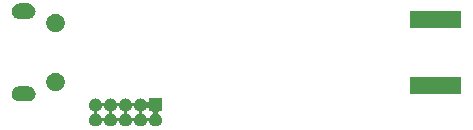
<source format=gbr>
G04 #@! TF.GenerationSoftware,KiCad,Pcbnew,(5.1.5)-3*
G04 #@! TF.CreationDate,2020-05-21T22:39:53+02:00*
G04 #@! TF.ProjectId,STRF,53545246-2e6b-4696-9361-645f70636258,rev?*
G04 #@! TF.SameCoordinates,Original*
G04 #@! TF.FileFunction,Soldermask,Bot*
G04 #@! TF.FilePolarity,Negative*
%FSLAX46Y46*%
G04 Gerber Fmt 4.6, Leading zero omitted, Abs format (unit mm)*
G04 Created by KiCad (PCBNEW (5.1.5)-3) date 2020-05-21 22:39:53*
%MOMM*%
%LPD*%
G04 APERTURE LIST*
%ADD10C,0.100000*%
G04 APERTURE END LIST*
D10*
G36*
X28950721Y-38400174D02*
G01*
X29050995Y-38441709D01*
X29095812Y-38471655D01*
X29141242Y-38502010D01*
X29217990Y-38578758D01*
X29235093Y-38604355D01*
X29278291Y-38669005D01*
X29309516Y-38744389D01*
X29321067Y-38766000D01*
X29336612Y-38784941D01*
X29355554Y-38800487D01*
X29377165Y-38812038D01*
X29400614Y-38819151D01*
X29425000Y-38821553D01*
X29449386Y-38819151D01*
X29472835Y-38812038D01*
X29494446Y-38800487D01*
X29513387Y-38784942D01*
X29528933Y-38766000D01*
X29540484Y-38744389D01*
X29571709Y-38669005D01*
X29614907Y-38604355D01*
X29632010Y-38578758D01*
X29708758Y-38502010D01*
X29754188Y-38471655D01*
X29799005Y-38441709D01*
X29899279Y-38400174D01*
X30005730Y-38379000D01*
X30114270Y-38379000D01*
X30220721Y-38400174D01*
X30320995Y-38441709D01*
X30365812Y-38471655D01*
X30411242Y-38502010D01*
X30487990Y-38578758D01*
X30505093Y-38604355D01*
X30548291Y-38669005D01*
X30579516Y-38744389D01*
X30591067Y-38766000D01*
X30606612Y-38784941D01*
X30625554Y-38800487D01*
X30647165Y-38812038D01*
X30670614Y-38819151D01*
X30695000Y-38821553D01*
X30719386Y-38819151D01*
X30742835Y-38812038D01*
X30764446Y-38800487D01*
X30783387Y-38784942D01*
X30798933Y-38766000D01*
X30810484Y-38744389D01*
X30841709Y-38669005D01*
X30884907Y-38604355D01*
X30902010Y-38578758D01*
X30978758Y-38502010D01*
X31024188Y-38471655D01*
X31069005Y-38441709D01*
X31169279Y-38400174D01*
X31275730Y-38379000D01*
X31384270Y-38379000D01*
X31490721Y-38400174D01*
X31590995Y-38441709D01*
X31635812Y-38471655D01*
X31681242Y-38502010D01*
X31757990Y-38578758D01*
X31775093Y-38604355D01*
X31818291Y-38669005D01*
X31849516Y-38744389D01*
X31861067Y-38766000D01*
X31876612Y-38784941D01*
X31895554Y-38800487D01*
X31917165Y-38812038D01*
X31940614Y-38819151D01*
X31965000Y-38821553D01*
X31989386Y-38819151D01*
X32012835Y-38812038D01*
X32034446Y-38800487D01*
X32053387Y-38784942D01*
X32068933Y-38766000D01*
X32080484Y-38744389D01*
X32111709Y-38669005D01*
X32154907Y-38604355D01*
X32172010Y-38578758D01*
X32248758Y-38502010D01*
X32294188Y-38471655D01*
X32339005Y-38441709D01*
X32439279Y-38400174D01*
X32545730Y-38379000D01*
X32654270Y-38379000D01*
X32760721Y-38400174D01*
X32860995Y-38441709D01*
X32905812Y-38471655D01*
X32951242Y-38502010D01*
X33027990Y-38578758D01*
X33027991Y-38578760D01*
X33090068Y-38671664D01*
X33105614Y-38690606D01*
X33124556Y-38706151D01*
X33146167Y-38717702D01*
X33169615Y-38724815D01*
X33194002Y-38727217D01*
X33218388Y-38724815D01*
X33241837Y-38717702D01*
X33263447Y-38706151D01*
X33282389Y-38690605D01*
X33297934Y-38671663D01*
X33309485Y-38650052D01*
X33316598Y-38626604D01*
X33319000Y-38602218D01*
X33319000Y-38379000D01*
X34421000Y-38379000D01*
X34421000Y-39481000D01*
X34197782Y-39481000D01*
X34173396Y-39483402D01*
X34149947Y-39490515D01*
X34128336Y-39502066D01*
X34109394Y-39517611D01*
X34093849Y-39536553D01*
X34082298Y-39558164D01*
X34075185Y-39581613D01*
X34072783Y-39605999D01*
X34075185Y-39630385D01*
X34082298Y-39653834D01*
X34093849Y-39675445D01*
X34109394Y-39694387D01*
X34128336Y-39709932D01*
X34189816Y-39751012D01*
X34221242Y-39772010D01*
X34297990Y-39848758D01*
X34297991Y-39848760D01*
X34358291Y-39939005D01*
X34399826Y-40039279D01*
X34421000Y-40145730D01*
X34421000Y-40254270D01*
X34399826Y-40360721D01*
X34358291Y-40460995D01*
X34358290Y-40460996D01*
X34297990Y-40551242D01*
X34221242Y-40627990D01*
X34175812Y-40658345D01*
X34130995Y-40688291D01*
X34030721Y-40729826D01*
X33924270Y-40751000D01*
X33815730Y-40751000D01*
X33709279Y-40729826D01*
X33609005Y-40688291D01*
X33564188Y-40658345D01*
X33518758Y-40627990D01*
X33442010Y-40551242D01*
X33381710Y-40460996D01*
X33381709Y-40460995D01*
X33350484Y-40385611D01*
X33338933Y-40364000D01*
X33323388Y-40345059D01*
X33304446Y-40329513D01*
X33282835Y-40317962D01*
X33259386Y-40310849D01*
X33235000Y-40308447D01*
X33210614Y-40310849D01*
X33187165Y-40317962D01*
X33165554Y-40329513D01*
X33146613Y-40345058D01*
X33131067Y-40364000D01*
X33119516Y-40385611D01*
X33088291Y-40460995D01*
X33088290Y-40460996D01*
X33027990Y-40551242D01*
X32951242Y-40627990D01*
X32905812Y-40658345D01*
X32860995Y-40688291D01*
X32760721Y-40729826D01*
X32654270Y-40751000D01*
X32545730Y-40751000D01*
X32439279Y-40729826D01*
X32339005Y-40688291D01*
X32294188Y-40658345D01*
X32248758Y-40627990D01*
X32172010Y-40551242D01*
X32111710Y-40460996D01*
X32111709Y-40460995D01*
X32080484Y-40385611D01*
X32068933Y-40364000D01*
X32053388Y-40345059D01*
X32034446Y-40329513D01*
X32012835Y-40317962D01*
X31989386Y-40310849D01*
X31965000Y-40308447D01*
X31940614Y-40310849D01*
X31917165Y-40317962D01*
X31895554Y-40329513D01*
X31876613Y-40345058D01*
X31861067Y-40364000D01*
X31849516Y-40385611D01*
X31818291Y-40460995D01*
X31818290Y-40460996D01*
X31757990Y-40551242D01*
X31681242Y-40627990D01*
X31635812Y-40658345D01*
X31590995Y-40688291D01*
X31490721Y-40729826D01*
X31384270Y-40751000D01*
X31275730Y-40751000D01*
X31169279Y-40729826D01*
X31069005Y-40688291D01*
X31024188Y-40658345D01*
X30978758Y-40627990D01*
X30902010Y-40551242D01*
X30841710Y-40460996D01*
X30841709Y-40460995D01*
X30810484Y-40385611D01*
X30798933Y-40364000D01*
X30783388Y-40345059D01*
X30764446Y-40329513D01*
X30742835Y-40317962D01*
X30719386Y-40310849D01*
X30695000Y-40308447D01*
X30670614Y-40310849D01*
X30647165Y-40317962D01*
X30625554Y-40329513D01*
X30606613Y-40345058D01*
X30591067Y-40364000D01*
X30579516Y-40385611D01*
X30548291Y-40460995D01*
X30548290Y-40460996D01*
X30487990Y-40551242D01*
X30411242Y-40627990D01*
X30365812Y-40658345D01*
X30320995Y-40688291D01*
X30220721Y-40729826D01*
X30114270Y-40751000D01*
X30005730Y-40751000D01*
X29899279Y-40729826D01*
X29799005Y-40688291D01*
X29754188Y-40658345D01*
X29708758Y-40627990D01*
X29632010Y-40551242D01*
X29571710Y-40460996D01*
X29571709Y-40460995D01*
X29540484Y-40385611D01*
X29528933Y-40364000D01*
X29513388Y-40345059D01*
X29494446Y-40329513D01*
X29472835Y-40317962D01*
X29449386Y-40310849D01*
X29425000Y-40308447D01*
X29400614Y-40310849D01*
X29377165Y-40317962D01*
X29355554Y-40329513D01*
X29336613Y-40345058D01*
X29321067Y-40364000D01*
X29309516Y-40385611D01*
X29278291Y-40460995D01*
X29278290Y-40460996D01*
X29217990Y-40551242D01*
X29141242Y-40627990D01*
X29095812Y-40658345D01*
X29050995Y-40688291D01*
X28950721Y-40729826D01*
X28844270Y-40751000D01*
X28735730Y-40751000D01*
X28629279Y-40729826D01*
X28529005Y-40688291D01*
X28484188Y-40658345D01*
X28438758Y-40627990D01*
X28362010Y-40551242D01*
X28301710Y-40460996D01*
X28301709Y-40460995D01*
X28260174Y-40360721D01*
X28239000Y-40254270D01*
X28239000Y-40145730D01*
X28260174Y-40039279D01*
X28301709Y-39939005D01*
X28362009Y-39848760D01*
X28362010Y-39848758D01*
X28438758Y-39772010D01*
X28529004Y-39711710D01*
X28529005Y-39711709D01*
X28604389Y-39680484D01*
X28626000Y-39668933D01*
X28644941Y-39653388D01*
X28660487Y-39634446D01*
X28672038Y-39612835D01*
X28679151Y-39589386D01*
X28681553Y-39565000D01*
X28898447Y-39565000D01*
X28900849Y-39589386D01*
X28907962Y-39612835D01*
X28919513Y-39634446D01*
X28935058Y-39653387D01*
X28954000Y-39668933D01*
X28975611Y-39680484D01*
X29050995Y-39711709D01*
X29050996Y-39711710D01*
X29141242Y-39772010D01*
X29217990Y-39848758D01*
X29217991Y-39848760D01*
X29278291Y-39939005D01*
X29309516Y-40014389D01*
X29321067Y-40036000D01*
X29336612Y-40054941D01*
X29355554Y-40070487D01*
X29377165Y-40082038D01*
X29400614Y-40089151D01*
X29425000Y-40091553D01*
X29449386Y-40089151D01*
X29472835Y-40082038D01*
X29494446Y-40070487D01*
X29513387Y-40054942D01*
X29528933Y-40036000D01*
X29540484Y-40014389D01*
X29571709Y-39939005D01*
X29632009Y-39848760D01*
X29632010Y-39848758D01*
X29708758Y-39772010D01*
X29799004Y-39711710D01*
X29799005Y-39711709D01*
X29874389Y-39680484D01*
X29896000Y-39668933D01*
X29914941Y-39653388D01*
X29930487Y-39634446D01*
X29942038Y-39612835D01*
X29949151Y-39589386D01*
X29951553Y-39565000D01*
X30168447Y-39565000D01*
X30170849Y-39589386D01*
X30177962Y-39612835D01*
X30189513Y-39634446D01*
X30205058Y-39653387D01*
X30224000Y-39668933D01*
X30245611Y-39680484D01*
X30320995Y-39711709D01*
X30320996Y-39711710D01*
X30411242Y-39772010D01*
X30487990Y-39848758D01*
X30487991Y-39848760D01*
X30548291Y-39939005D01*
X30579516Y-40014389D01*
X30591067Y-40036000D01*
X30606612Y-40054941D01*
X30625554Y-40070487D01*
X30647165Y-40082038D01*
X30670614Y-40089151D01*
X30695000Y-40091553D01*
X30719386Y-40089151D01*
X30742835Y-40082038D01*
X30764446Y-40070487D01*
X30783387Y-40054942D01*
X30798933Y-40036000D01*
X30810484Y-40014389D01*
X30841709Y-39939005D01*
X30902009Y-39848760D01*
X30902010Y-39848758D01*
X30978758Y-39772010D01*
X31069004Y-39711710D01*
X31069005Y-39711709D01*
X31144389Y-39680484D01*
X31166000Y-39668933D01*
X31184941Y-39653388D01*
X31200487Y-39634446D01*
X31212038Y-39612835D01*
X31219151Y-39589386D01*
X31221553Y-39565000D01*
X31438447Y-39565000D01*
X31440849Y-39589386D01*
X31447962Y-39612835D01*
X31459513Y-39634446D01*
X31475058Y-39653387D01*
X31494000Y-39668933D01*
X31515611Y-39680484D01*
X31590995Y-39711709D01*
X31590996Y-39711710D01*
X31681242Y-39772010D01*
X31757990Y-39848758D01*
X31757991Y-39848760D01*
X31818291Y-39939005D01*
X31849516Y-40014389D01*
X31861067Y-40036000D01*
X31876612Y-40054941D01*
X31895554Y-40070487D01*
X31917165Y-40082038D01*
X31940614Y-40089151D01*
X31965000Y-40091553D01*
X31989386Y-40089151D01*
X32012835Y-40082038D01*
X32034446Y-40070487D01*
X32053387Y-40054942D01*
X32068933Y-40036000D01*
X32080484Y-40014389D01*
X32111709Y-39939005D01*
X32172009Y-39848760D01*
X32172010Y-39848758D01*
X32248758Y-39772010D01*
X32339004Y-39711710D01*
X32339005Y-39711709D01*
X32414389Y-39680484D01*
X32436000Y-39668933D01*
X32454941Y-39653388D01*
X32470487Y-39634446D01*
X32482038Y-39612835D01*
X32489151Y-39589386D01*
X32491553Y-39565000D01*
X32708447Y-39565000D01*
X32710849Y-39589386D01*
X32717962Y-39612835D01*
X32729513Y-39634446D01*
X32745058Y-39653387D01*
X32764000Y-39668933D01*
X32785611Y-39680484D01*
X32860995Y-39711709D01*
X32860996Y-39711710D01*
X32951242Y-39772010D01*
X33027990Y-39848758D01*
X33027991Y-39848760D01*
X33088291Y-39939005D01*
X33119516Y-40014389D01*
X33131067Y-40036000D01*
X33146612Y-40054941D01*
X33165554Y-40070487D01*
X33187165Y-40082038D01*
X33210614Y-40089151D01*
X33235000Y-40091553D01*
X33259386Y-40089151D01*
X33282835Y-40082038D01*
X33304446Y-40070487D01*
X33323387Y-40054942D01*
X33338933Y-40036000D01*
X33350484Y-40014389D01*
X33381709Y-39939005D01*
X33442009Y-39848760D01*
X33442010Y-39848758D01*
X33518758Y-39772010D01*
X33550184Y-39751012D01*
X33611664Y-39709932D01*
X33630606Y-39694386D01*
X33646151Y-39675444D01*
X33657702Y-39653833D01*
X33664815Y-39630385D01*
X33667217Y-39605998D01*
X33664815Y-39581612D01*
X33657702Y-39558163D01*
X33646151Y-39536553D01*
X33630605Y-39517611D01*
X33611663Y-39502066D01*
X33590052Y-39490515D01*
X33566604Y-39483402D01*
X33542218Y-39481000D01*
X33319000Y-39481000D01*
X33319000Y-39257782D01*
X33316598Y-39233396D01*
X33309485Y-39209947D01*
X33297934Y-39188336D01*
X33282389Y-39169394D01*
X33263447Y-39153849D01*
X33241836Y-39142298D01*
X33218387Y-39135185D01*
X33194001Y-39132783D01*
X33169615Y-39135185D01*
X33146166Y-39142298D01*
X33124555Y-39153849D01*
X33105613Y-39169394D01*
X33090068Y-39188336D01*
X33048988Y-39249816D01*
X33027990Y-39281242D01*
X32951242Y-39357990D01*
X32905812Y-39388345D01*
X32860995Y-39418291D01*
X32785611Y-39449516D01*
X32764000Y-39461067D01*
X32745059Y-39476612D01*
X32729513Y-39495554D01*
X32717962Y-39517165D01*
X32710849Y-39540614D01*
X32708447Y-39565000D01*
X32491553Y-39565000D01*
X32489151Y-39540614D01*
X32482038Y-39517165D01*
X32470487Y-39495554D01*
X32454942Y-39476613D01*
X32436000Y-39461067D01*
X32414389Y-39449516D01*
X32339005Y-39418291D01*
X32294188Y-39388345D01*
X32248758Y-39357990D01*
X32172010Y-39281242D01*
X32140041Y-39233396D01*
X32111709Y-39190995D01*
X32080484Y-39115611D01*
X32068933Y-39094000D01*
X32053388Y-39075059D01*
X32034446Y-39059513D01*
X32012835Y-39047962D01*
X31989386Y-39040849D01*
X31965000Y-39038447D01*
X31940614Y-39040849D01*
X31917165Y-39047962D01*
X31895554Y-39059513D01*
X31876613Y-39075058D01*
X31861067Y-39094000D01*
X31849516Y-39115611D01*
X31818291Y-39190995D01*
X31789959Y-39233396D01*
X31757990Y-39281242D01*
X31681242Y-39357990D01*
X31635812Y-39388345D01*
X31590995Y-39418291D01*
X31515611Y-39449516D01*
X31494000Y-39461067D01*
X31475059Y-39476612D01*
X31459513Y-39495554D01*
X31447962Y-39517165D01*
X31440849Y-39540614D01*
X31438447Y-39565000D01*
X31221553Y-39565000D01*
X31219151Y-39540614D01*
X31212038Y-39517165D01*
X31200487Y-39495554D01*
X31184942Y-39476613D01*
X31166000Y-39461067D01*
X31144389Y-39449516D01*
X31069005Y-39418291D01*
X31024188Y-39388345D01*
X30978758Y-39357990D01*
X30902010Y-39281242D01*
X30870041Y-39233396D01*
X30841709Y-39190995D01*
X30810484Y-39115611D01*
X30798933Y-39094000D01*
X30783388Y-39075059D01*
X30764446Y-39059513D01*
X30742835Y-39047962D01*
X30719386Y-39040849D01*
X30695000Y-39038447D01*
X30670614Y-39040849D01*
X30647165Y-39047962D01*
X30625554Y-39059513D01*
X30606613Y-39075058D01*
X30591067Y-39094000D01*
X30579516Y-39115611D01*
X30548291Y-39190995D01*
X30519959Y-39233396D01*
X30487990Y-39281242D01*
X30411242Y-39357990D01*
X30365812Y-39388345D01*
X30320995Y-39418291D01*
X30245611Y-39449516D01*
X30224000Y-39461067D01*
X30205059Y-39476612D01*
X30189513Y-39495554D01*
X30177962Y-39517165D01*
X30170849Y-39540614D01*
X30168447Y-39565000D01*
X29951553Y-39565000D01*
X29949151Y-39540614D01*
X29942038Y-39517165D01*
X29930487Y-39495554D01*
X29914942Y-39476613D01*
X29896000Y-39461067D01*
X29874389Y-39449516D01*
X29799005Y-39418291D01*
X29754188Y-39388345D01*
X29708758Y-39357990D01*
X29632010Y-39281242D01*
X29600041Y-39233396D01*
X29571709Y-39190995D01*
X29540484Y-39115611D01*
X29528933Y-39094000D01*
X29513388Y-39075059D01*
X29494446Y-39059513D01*
X29472835Y-39047962D01*
X29449386Y-39040849D01*
X29425000Y-39038447D01*
X29400614Y-39040849D01*
X29377165Y-39047962D01*
X29355554Y-39059513D01*
X29336613Y-39075058D01*
X29321067Y-39094000D01*
X29309516Y-39115611D01*
X29278291Y-39190995D01*
X29249959Y-39233396D01*
X29217990Y-39281242D01*
X29141242Y-39357990D01*
X29095812Y-39388345D01*
X29050995Y-39418291D01*
X28975611Y-39449516D01*
X28954000Y-39461067D01*
X28935059Y-39476612D01*
X28919513Y-39495554D01*
X28907962Y-39517165D01*
X28900849Y-39540614D01*
X28898447Y-39565000D01*
X28681553Y-39565000D01*
X28679151Y-39540614D01*
X28672038Y-39517165D01*
X28660487Y-39495554D01*
X28644942Y-39476613D01*
X28626000Y-39461067D01*
X28604389Y-39449516D01*
X28529005Y-39418291D01*
X28484188Y-39388345D01*
X28438758Y-39357990D01*
X28362010Y-39281242D01*
X28330041Y-39233396D01*
X28301709Y-39190995D01*
X28260174Y-39090721D01*
X28239000Y-38984270D01*
X28239000Y-38875730D01*
X28260174Y-38769279D01*
X28301709Y-38669005D01*
X28344907Y-38604355D01*
X28362010Y-38578758D01*
X28438758Y-38502010D01*
X28484188Y-38471655D01*
X28529005Y-38441709D01*
X28629279Y-38400174D01*
X28735730Y-38379000D01*
X28844270Y-38379000D01*
X28950721Y-38400174D01*
G37*
G36*
X23126355Y-37352140D02*
G01*
X23190118Y-37358420D01*
X23280904Y-37385960D01*
X23312836Y-37395646D01*
X23425925Y-37456094D01*
X23525054Y-37537446D01*
X23606406Y-37636575D01*
X23666854Y-37749664D01*
X23666855Y-37749668D01*
X23704080Y-37872382D01*
X23716649Y-38000000D01*
X23704080Y-38127618D01*
X23676540Y-38218404D01*
X23666854Y-38250336D01*
X23606406Y-38363425D01*
X23525054Y-38462554D01*
X23425925Y-38543906D01*
X23312836Y-38604354D01*
X23280904Y-38614040D01*
X23190118Y-38641580D01*
X23126355Y-38647860D01*
X23094474Y-38651000D01*
X22330526Y-38651000D01*
X22298645Y-38647860D01*
X22234882Y-38641580D01*
X22144096Y-38614040D01*
X22112164Y-38604354D01*
X21999075Y-38543906D01*
X21899946Y-38462554D01*
X21818594Y-38363425D01*
X21758146Y-38250336D01*
X21748460Y-38218404D01*
X21720920Y-38127618D01*
X21708351Y-38000000D01*
X21720920Y-37872382D01*
X21758145Y-37749668D01*
X21758146Y-37749664D01*
X21818594Y-37636575D01*
X21899946Y-37537446D01*
X21999075Y-37456094D01*
X22112164Y-37395646D01*
X22144096Y-37385960D01*
X22234882Y-37358420D01*
X22298645Y-37352140D01*
X22330526Y-37349000D01*
X23094474Y-37349000D01*
X23126355Y-37352140D01*
G37*
G36*
X59751000Y-38051000D02*
G01*
X55449000Y-38051000D01*
X55449000Y-36599000D01*
X59751000Y-36599000D01*
X59751000Y-38051000D01*
G37*
G36*
X25638848Y-36253820D02*
G01*
X25638850Y-36253821D01*
X25638851Y-36253821D01*
X25780074Y-36312317D01*
X25780077Y-36312319D01*
X25907169Y-36397239D01*
X26015261Y-36505331D01*
X26100181Y-36632423D01*
X26100183Y-36632426D01*
X26158679Y-36773649D01*
X26188500Y-36923571D01*
X26188500Y-37076429D01*
X26158679Y-37226351D01*
X26100183Y-37367574D01*
X26100181Y-37367577D01*
X26015261Y-37494669D01*
X25907169Y-37602761D01*
X25780077Y-37687681D01*
X25780074Y-37687683D01*
X25638851Y-37746179D01*
X25638850Y-37746179D01*
X25638848Y-37746180D01*
X25488931Y-37776000D01*
X25336069Y-37776000D01*
X25186152Y-37746180D01*
X25186150Y-37746179D01*
X25186149Y-37746179D01*
X25044926Y-37687683D01*
X25044923Y-37687681D01*
X24917831Y-37602761D01*
X24809739Y-37494669D01*
X24724819Y-37367577D01*
X24724817Y-37367574D01*
X24666321Y-37226351D01*
X24636500Y-37076429D01*
X24636500Y-36923571D01*
X24666321Y-36773649D01*
X24724817Y-36632426D01*
X24724819Y-36632423D01*
X24809739Y-36505331D01*
X24917831Y-36397239D01*
X25044923Y-36312319D01*
X25044926Y-36312317D01*
X25186149Y-36253821D01*
X25186150Y-36253821D01*
X25186152Y-36253820D01*
X25336069Y-36224000D01*
X25488931Y-36224000D01*
X25638848Y-36253820D01*
G37*
G36*
X25638848Y-31253820D02*
G01*
X25638850Y-31253821D01*
X25638851Y-31253821D01*
X25780074Y-31312317D01*
X25780077Y-31312319D01*
X25907169Y-31397239D01*
X26015261Y-31505331D01*
X26100181Y-31632423D01*
X26100183Y-31632426D01*
X26158679Y-31773649D01*
X26188500Y-31923571D01*
X26188500Y-32076429D01*
X26158679Y-32226351D01*
X26100183Y-32367574D01*
X26100181Y-32367577D01*
X26015261Y-32494669D01*
X25907169Y-32602761D01*
X25780077Y-32687681D01*
X25780074Y-32687683D01*
X25638851Y-32746179D01*
X25638850Y-32746179D01*
X25638848Y-32746180D01*
X25488931Y-32776000D01*
X25336069Y-32776000D01*
X25186152Y-32746180D01*
X25186150Y-32746179D01*
X25186149Y-32746179D01*
X25044926Y-32687683D01*
X25044923Y-32687681D01*
X24917831Y-32602761D01*
X24809739Y-32494669D01*
X24724819Y-32367577D01*
X24724817Y-32367574D01*
X24666321Y-32226351D01*
X24636500Y-32076429D01*
X24636500Y-31923571D01*
X24666321Y-31773649D01*
X24724817Y-31632426D01*
X24724819Y-31632423D01*
X24809739Y-31505331D01*
X24917831Y-31397239D01*
X25044923Y-31312319D01*
X25044926Y-31312317D01*
X25186149Y-31253821D01*
X25186150Y-31253821D01*
X25186152Y-31253820D01*
X25336069Y-31224000D01*
X25488931Y-31224000D01*
X25638848Y-31253820D01*
G37*
G36*
X59751000Y-32401000D02*
G01*
X55449000Y-32401000D01*
X55449000Y-30949000D01*
X59751000Y-30949000D01*
X59751000Y-32401000D01*
G37*
G36*
X23126355Y-30352140D02*
G01*
X23190118Y-30358420D01*
X23280904Y-30385960D01*
X23312836Y-30395646D01*
X23425925Y-30456094D01*
X23525054Y-30537446D01*
X23606406Y-30636575D01*
X23666854Y-30749664D01*
X23666855Y-30749668D01*
X23704080Y-30872382D01*
X23716649Y-31000000D01*
X23704080Y-31127618D01*
X23676540Y-31218404D01*
X23666854Y-31250336D01*
X23606406Y-31363425D01*
X23525054Y-31462554D01*
X23425925Y-31543906D01*
X23312836Y-31604354D01*
X23280904Y-31614040D01*
X23190118Y-31641580D01*
X23126355Y-31647860D01*
X23094474Y-31651000D01*
X22330526Y-31651000D01*
X22298645Y-31647860D01*
X22234882Y-31641580D01*
X22144096Y-31614040D01*
X22112164Y-31604354D01*
X21999075Y-31543906D01*
X21899946Y-31462554D01*
X21818594Y-31363425D01*
X21758146Y-31250336D01*
X21748460Y-31218404D01*
X21720920Y-31127618D01*
X21708351Y-31000000D01*
X21720920Y-30872382D01*
X21758145Y-30749668D01*
X21758146Y-30749664D01*
X21818594Y-30636575D01*
X21899946Y-30537446D01*
X21999075Y-30456094D01*
X22112164Y-30395646D01*
X22144096Y-30385960D01*
X22234882Y-30358420D01*
X22298645Y-30352140D01*
X22330526Y-30349000D01*
X23094474Y-30349000D01*
X23126355Y-30352140D01*
G37*
M02*

</source>
